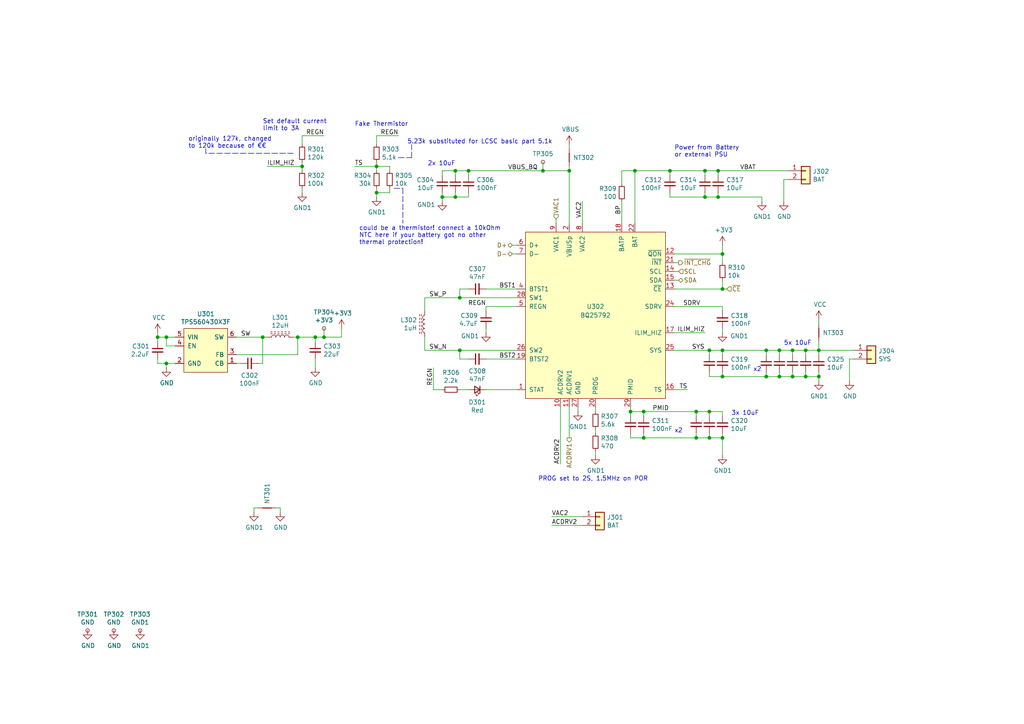
<source format=kicad_sch>
(kicad_sch (version 20211123) (generator eeschema)
  (paper "A4")
  (lib_symbols
    (symbol "Connector:TestPoint_Small" (pin_numbers hide) (pin_names (offset 0.762) hide)
      (property "Reference" "TP" (at 0 3.81 0))
      (property "Value" "TestPoint_Small" (at 0 2.032 0))
      (symbol "TestPoint_Small_0_1"
        (circle (center 0 0) (radius 0.508))
      )
      (symbol "TestPoint_Small_1_1"
        (pin passive line (at 0 0 90) (length 0) (name "1") (number "1"))
      )
    )
    (symbol "Connector_Generic:Conn_01x02" (pin_names (offset 1.016) hide)
      (property "Reference" "J" (at 0 2.54 0))
      (property "Value" "Conn_01x02" (at 0 -5.08 0))
      (symbol "Conn_01x02_1_1"
        (rectangle (start -1.27 -2.413) (end 0 -2.667) (stroke (width 0.1524)))
        (rectangle (start -1.27 0.127) (end 0 -0.127) (stroke (width 0.1524)))
        (rectangle (start -1.27 1.27) (end 1.27 -3.81) (stroke (width 0.254)) (fill (type background)))
        (pin passive line (at -5.08 0 0) (length 3.81) (name "Pin_1") (number "1"))
        (pin passive line (at -5.08 -2.54 0) (length 3.81) (name "Pin_2") (number "2"))
      )
    )
    (symbol "Device:C_Small" (pin_numbers hide) (pin_names (offset 0.254) hide)
      (property "Reference" "C" (at 0.254 1.778 0))
      (property "Value" "C_Small" (at 0.254 -2.032 0))
      (symbol "C_Small_0_1"
        (polyline (pts (xy -1.524 -0.508) (xy 1.524 -0.508)) (stroke (width 0.3302)))
        (polyline (pts (xy -1.524 0.508) (xy 1.524 0.508)) (stroke (width 0.3048)))
      )
      (symbol "C_Small_1_1"
        (pin passive line (at 0 2.54 270) (length 2.032) (name "~") (number "1"))
        (pin passive line (at 0 -2.54 90) (length 2.032) (name "~") (number "2"))
      )
    )
    (symbol "Device:LED_Small" (pin_numbers hide) (pin_names (offset 0.254) hide)
      (property "Reference" "D" (at -1.27 3.175 0))
      (property "Value" "LED_Small" (at -4.445 -2.54 0))
      (symbol "LED_Small_0_1"
        (polyline (pts (xy -0.762 -1.016) (xy -0.762 1.016)) (stroke (width 0.254)))
        (polyline (pts (xy 1.016 0) (xy -0.762 0)))
        (polyline (pts (xy 0.762 -1.016) (xy -0.762 0) (xy 0.762 1.016) (xy 0.762 -1.016)) (stroke (width 0.254)))
        (polyline (pts (xy 0 0.762) (xy -0.508 1.27) (xy -0.254 1.27) (xy -0.508 1.27) (xy -0.508 1.016)))
        (polyline (pts (xy 0.508 1.27) (xy 0 1.778) (xy 0.254 1.778) (xy 0 1.778) (xy 0 1.524)))
      )
      (symbol "LED_Small_1_1"
        (pin passive line (at -2.54 0 0) (length 1.778) (name "K") (number "1"))
        (pin passive line (at 2.54 0 180) (length 1.778) (name "A") (number "2"))
      )
    )
    (symbol "Device:L_Ferrite" (pin_numbers hide) (pin_names (offset 1.016) hide)
      (property "Reference" "L" (at -1.27 0 90))
      (property "Value" "L_Ferrite" (at 2.794 0 90))
      (symbol "L_Ferrite_0_1"
        (arc (start 0 -2.54) (mid 0.635 -1.905) (end 0 -1.27))
        (arc (start 0 -1.27) (mid 0.635 -0.635) (end 0 0))
        (polyline (pts (xy 1.016 -2.794) (xy 1.016 -2.286)))
        (polyline (pts (xy 1.016 -1.778) (xy 1.016 -1.27)))
        (polyline (pts (xy 1.016 -0.762) (xy 1.016 -0.254)))
        (polyline (pts (xy 1.016 0.254) (xy 1.016 0.762)))
        (polyline (pts (xy 1.016 1.27) (xy 1.016 1.778)))
        (polyline (pts (xy 1.016 2.286) (xy 1.016 2.794)))
        (polyline (pts (xy 1.524 -2.286) (xy 1.524 -2.794)))
        (polyline (pts (xy 1.524 -1.27) (xy 1.524 -1.778)))
        (polyline (pts (xy 1.524 -0.254) (xy 1.524 -0.762)))
        (polyline (pts (xy 1.524 0.762) (xy 1.524 0.254)))
        (polyline (pts (xy 1.524 1.778) (xy 1.524 1.27)))
        (polyline (pts (xy 1.524 2.794) (xy 1.524 2.286)))
        (arc (start 0 0) (mid 0.635 0.635) (end 0 1.27))
        (arc (start 0 1.27) (mid 0.635 1.905) (end 0 2.54))
      )
      (symbol "L_Ferrite_1_1"
        (pin passive line (at 0 3.81 270) (length 1.27) (name "1") (number "1"))
        (pin passive line (at 0 -3.81 90) (length 1.27) (name "2") (number "2"))
      )
    )
    (symbol "Device:NetTie_2" (pin_numbers hide) (pin_names (offset 0) hide)
      (property "Reference" "NT" (at 0 1.27 0))
      (property "Value" "NetTie_2" (at 0 -1.27 0))
      (symbol "NetTie_2_0_1"
        (polyline (pts (xy -1.27 0) (xy 1.27 0)) (stroke (width 0.254)))
      )
      (symbol "NetTie_2_1_1"
        (pin passive line (at -2.54 0 0) (length 2.54) (name "1") (number "1"))
        (pin passive line (at 2.54 0 180) (length 2.54) (name "2") (number "2"))
      )
    )
    (symbol "Device:R_Small" (pin_numbers hide) (pin_names (offset 0.254) hide)
      (property "Reference" "R" (at 0.762 0.508 0))
      (property "Value" "R_Small" (at 0.762 -1.016 0))
      (symbol "R_Small_0_1"
        (rectangle (start -0.762 1.778) (end 0.762 -1.778) (stroke (width 0.2032)))
      )
      (symbol "R_Small_1_1"
        (pin passive line (at 0 2.54 270) (length 0.762) (name "~") (number "1"))
        (pin passive line (at 0 -2.54 90) (length 0.762) (name "~") (number "2"))
      )
    )
    (symbol "meansOfCircuitDesign:BQ25792" (pin_names (offset 1.016))
      (property "Reference" "U" (at 0 2.54 0))
      (property "Value" "BQ25792" (at 0 0 0))
      (symbol "BQ25792_0_1"
        (rectangle (start -20.32 21.59) (end 20.32 -26.67) (fill (type background)))
      )
      (symbol "BQ25792_1_1"
        (pin output line (at -22.86 -24.13 0) (length 2.54) (name "STAT") (number "1"))
        (pin power_out line (at -10.16 -29.21 90) (length 2.54) (name "ACDRV2") (number "10"))
        (pin power_out line (at -7.62 -29.21 90) (length 2.54) (name "ACDRV1") (number "11"))
        (pin input line (at 22.86 15.24 180) (length 2.54) (name "~{QON}") (number "12"))
        (pin input line (at 22.86 5.08 180) (length 2.54) (name "~{CE}") (number "13"))
        (pin input line (at 22.86 10.16 180) (length 2.54) (name "SCL") (number "14"))
        (pin bidirectional line (at 22.86 7.62 180) (length 2.54) (name "SDA") (number "15"))
        (pin input line (at 22.86 -24.13 180) (length 2.54) (name "TS") (number "16"))
        (pin input line (at 22.86 -7.62 180) (length 2.54) (name "ILIM_HIZ") (number "17"))
        (pin power_in line (at 7.62 24.13 270) (length 2.54) (name "BATP") (number "18"))
        (pin power_out line (at -22.86 -15.24 0) (length 2.54) (name "BTST2") (number "19"))
        (pin power_in line (at -7.62 24.13 270) (length 2.54) (name "VBUSp") (number "2"))
        (pin input line (at 0 -29.21 90) (length 2.54) (name "PROG") (number "20"))
        (pin output line (at 22.86 12.7 180) (length 2.54) (name "~{INT}") (number "21"))
        (pin passive line (at 11.43 24.13 270) (length 2.54) (name "BAT") (number "22"))
        (pin passive line (at 11.43 24.13 270) (length 2.54) hide (name "BAT") (number "23"))
        (pin power_out line (at 22.86 0 180) (length 2.54) (name "SDRV") (number "24"))
        (pin passive line (at 22.86 -12.7 180) (length 2.54) (name "SYS") (number "25"))
        (pin passive line (at -22.86 -12.7 0) (length 2.54) (name "SW2") (number "26"))
        (pin passive line (at -5.08 -29.21 90) (length 2.54) (name "GND") (number "27"))
        (pin passive line (at -22.86 2.54 0) (length 2.54) (name "SW1") (number "28"))
        (pin passive line (at 10.16 -29.21 90) (length 2.54) (name "PMID") (number "29"))
        (pin power_in line (at -7.62 24.13 270) (length 2.54) hide (name "VBUSp") (number "3"))
        (pin power_in line (at -22.86 5.08 0) (length 2.54) (name "BTST1") (number "4"))
        (pin power_out line (at -22.86 0 0) (length 2.54) (name "REGN") (number "5"))
        (pin bidirectional line (at -22.86 17.78 0) (length 2.54) (name "D+") (number "6"))
        (pin bidirectional line (at -22.86 15.24 0) (length 2.54) (name "D-") (number "7"))
        (pin power_in line (at -3.81 24.13 270) (length 2.54) (name "VAC2") (number "8"))
        (pin power_in line (at -11.43 24.13 270) (length 2.54) (name "VAC1") (number "9"))
      )
    )
    (symbol "meansOfCircuitDesign:TPS560430X3F" (pin_names (offset 1.016))
      (property "Reference" "U" (at -6.35 7.62 0))
      (property "Value" "TPS560430X3F" (at 0 -7.62 0))
      (symbol "TPS560430X3F_0_1"
        (rectangle (start -6.35 6.35) (end 6.35 -6.35) (stroke (width 0.1524)) (fill (type background)))
      )
      (symbol "TPS560430X3F_1_1"
        (pin passive line (at 8.89 -3.81 180) (length 2.54) (name "CB") (number "1"))
        (pin power_in line (at -8.89 -3.81 0) (length 2.54) (name "GND") (number "2"))
        (pin passive line (at 8.89 -1.27 180) (length 2.54) (name "FB") (number "3"))
        (pin input line (at -8.89 1.27 0) (length 2.54) (name "EN") (number "4"))
        (pin power_in line (at -8.89 3.81 0) (length 2.54) (name "VIN") (number "5"))
        (pin power_out line (at 8.89 3.81 180) (length 2.54) (name "SW") (number "6"))
      )
    )
    (symbol "power:+3V3" (power) (pin_names (offset 0))
      (property "Value" "+3V3" (at 0 3.556 0))
      (symbol "+3V3_0_1"
        (polyline (pts (xy -0.762 1.27) (xy 0 2.54)))
        (polyline (pts (xy 0 0) (xy 0 2.54)))
        (polyline (pts (xy 0 2.54) (xy 0.762 1.27)))
      )
      (symbol "+3V3_1_1"
        (pin power_in line (at 0 0 90) (length 0) hide (name "+3V3") (number "1"))
      )
    )
    (symbol "power:GND" (power) (pin_names (offset 0))
      (property "Value" "GND" (at 0 -3.81 0))
      (symbol "GND_0_1"
        (polyline (pts (xy 0 0) (xy 0 -1.27) (xy 1.27 -1.27) (xy 0 -2.54) (xy -1.27 -1.27) (xy 0 -1.27)))
      )
      (symbol "GND_1_1"
        (pin power_in line (at 0 0 270) (length 0) hide (name "GND") (number "1"))
      )
    )
    (symbol "power:GND1" (power) (pin_names (offset 0))
      (property "Value" "GND1" (at 0 -3.81 0))
      (symbol "GND1_0_1"
        (polyline (pts (xy 0 0) (xy 0 -1.27) (xy 1.27 -1.27) (xy 0 -2.54) (xy -1.27 -1.27) (xy 0 -1.27)))
      )
      (symbol "GND1_1_1"
        (pin power_in line (at 0 0 270) (length 0) hide (name "GND1") (number "1"))
      )
    )
    (symbol "power:VBUS" (power) (pin_names (offset 0))
      (property "Value" "VBUS" (at 0 3.81 0))
      (symbol "VBUS_0_1"
        (polyline (pts (xy -0.762 1.27) (xy 0 2.54)))
        (polyline (pts (xy 0 0) (xy 0 2.54)))
        (polyline (pts (xy 0 2.54) (xy 0.762 1.27)))
      )
      (symbol "VBUS_1_1"
        (pin power_in line (at 0 0 90) (length 0) hide (name "VBUS") (number "1"))
      )
    )
    (symbol "power:VCC" (power) (pin_names (offset 0))
      (property "Value" "VCC" (at 0 3.81 0))
      (symbol "VCC_0_1"
        (polyline (pts (xy -0.762 1.27) (xy 0 2.54)))
        (polyline (pts (xy 0 0) (xy 0 2.54)))
        (polyline (pts (xy 0 2.54) (xy 0.762 1.27)))
      )
      (symbol "VCC_1_1"
        (pin power_in line (at 0 0 90) (length 0) hide (name "VCC") (number "1"))
      )
    )
  )
  (junction (at 132.08 57.15))
  (junction (at 93.98 97.79))
  (junction (at 208.28 57.15))
  (junction (at 209.55 83.82))
  (junction (at 165.1 49.53))
  (junction (at 222.25 101.6))
  (junction (at 133.35 86.36))
  (junction (at 226.06 109.22))
  (junction (at 201.93 127))
  (junction (at 209.55 73.66))
  (junction (at 109.22 55.88))
  (junction (at 222.25 109.22))
  (junction (at 48.26 105.41))
  (junction (at 45.72 97.79))
  (junction (at 209.55 101.6))
  (junction (at 91.44 97.79))
  (junction (at 229.87 101.6))
  (junction (at 237.49 101.6))
  (junction (at 237.49 109.22))
  (junction (at 233.68 101.6))
  (junction (at 87.63 48.26))
  (junction (at 204.47 49.53))
  (junction (at 133.35 101.6))
  (junction (at 184.15 49.53))
  (junction (at 226.06 101.6))
  (junction (at 201.93 119.38))
  (junction (at 205.74 127))
  (junction (at 194.31 49.53))
  (junction (at 86.36 97.79))
  (junction (at 109.22 48.26))
  (junction (at 132.08 49.53))
  (junction (at 229.87 109.22))
  (junction (at 182.88 119.38))
  (junction (at 76.2 97.79))
  (junction (at 209.55 109.22))
  (junction (at 205.74 119.38))
  (junction (at 157.48 49.53))
  (junction (at 208.28 49.53))
  (junction (at 48.26 97.79))
  (junction (at 209.55 127))
  (junction (at 128.27 57.15))
  (junction (at 204.47 57.15))
  (junction (at 186.69 119.38))
  (junction (at 186.69 127))
  (junction (at 135.89 49.53))
  (junction (at 233.68 109.22))
  (junction (at 205.74 101.6))
  (wire (pts (xy 48.26 105.41) (xy 50.8 105.41)))
  (wire (pts (xy 135.89 49.53) (xy 157.48 49.53)))
  (wire (pts (xy 109.22 48.26) (xy 109.22 46.99)))
  (wire (pts (xy 125.73 113.03) (xy 125.73 106.68)))
  (wire (pts (xy 194.31 55.88) (xy 194.31 57.15)))
  (wire (pts (xy 209.55 109.22) (xy 209.55 107.95)))
  (wire (pts (xy 194.31 49.53) (xy 184.15 49.53)))
  (wire (pts (xy 133.35 86.36) (xy 149.86 86.36)))
  (wire (pts (xy 161.29 63.5) (xy 161.29 64.77)))
  (wire (pts (xy 109.22 55.88) (xy 109.22 54.61)))
  (wire (pts (xy 45.72 105.41) (xy 48.26 105.41)))
  (wire (pts (xy 109.22 39.37) (xy 115.57 39.37)))
  (wire (pts (xy 172.72 119.38) (xy 172.72 118.11)))
  (wire (pts (xy 233.68 109.22) (xy 229.87 109.22)))
  (wire (pts (xy 201.93 127) (xy 186.69 127)))
  (wire (pts (xy 201.93 119.38) (xy 186.69 119.38)))
  (wire (pts (xy 226.06 109.22) (xy 222.25 109.22)))
  (wire (pts (xy 48.26 97.79) (xy 45.72 97.79)))
  (wire (pts (xy 123.19 86.36) (xy 123.19 90.17)))
  (wire (pts (xy 140.97 104.14) (xy 149.86 104.14)))
  (wire (pts (xy 209.55 101.6) (xy 205.74 101.6)))
  (wire (pts (xy 162.56 134.62) (xy 162.56 118.11)))
  (wire (pts (xy 237.49 101.6) (xy 237.49 102.87)))
  (wire (pts (xy 186.69 120.65) (xy 186.69 119.38)))
  (wire (pts (xy 209.55 120.65) (xy 209.55 119.38)))
  (wire (pts (xy 135.89 55.88) (xy 135.89 57.15)))
  (wire (pts (xy 226.06 107.95) (xy 226.06 109.22)))
  (wire (pts (xy 208.28 57.15) (xy 204.47 57.15)))
  (wire (pts (xy 209.55 132.08) (xy 209.55 127)))
  (wire (pts (xy 135.89 83.82) (xy 133.35 83.82)))
  (wire (pts (xy 123.19 101.6) (xy 133.35 101.6)))
  (wire (pts (xy 196.85 78.74) (xy 195.58 78.74)))
  (wire (pts (xy 48.26 97.79) (xy 50.8 97.79)))
  (wire (pts (xy 209.55 125.73) (xy 209.55 127)))
  (wire (pts (xy 133.35 113.03) (xy 135.89 113.03)))
  (wire (pts (xy 186.69 119.38) (xy 182.88 119.38)))
  (wire (pts (xy 73.66 148.59) (xy 73.66 147.32)))
  (wire (pts (xy 204.47 49.53) (xy 194.31 49.53)))
  (wire (pts (xy 186.69 125.73) (xy 186.69 127)))
  (wire (pts (xy 140.97 88.9) (xy 149.86 88.9)))
  (wire (pts (xy 128.27 57.15) (xy 132.08 57.15)))
  (wire (pts (xy 160.02 152.4) (xy 168.91 152.4)))
  (wire (pts (xy 68.58 105.41) (xy 69.85 105.41)))
  (wire (pts (xy 132.08 49.53) (xy 135.89 49.53)))
  (wire (pts (xy 229.87 107.95) (xy 229.87 109.22)))
  (wire (pts (xy 209.55 127) (xy 205.74 127)))
  (wire (pts (xy 140.97 113.03) (xy 149.86 113.03)))
  (wire (pts (xy 50.8 100.33) (xy 48.26 100.33)))
  (wire (pts (xy 133.35 83.82) (xy 133.35 86.36)))
  (wire (pts (xy 113.03 55.88) (xy 109.22 55.88)))
  (wire (pts (xy 209.55 101.6) (xy 222.25 101.6)))
  (wire (pts (xy 128.27 58.42) (xy 128.27 57.15)))
  (wire (pts (xy 204.47 57.15) (xy 204.47 55.88)))
  (wire (pts (xy 222.25 101.6) (xy 226.06 101.6)))
  (wire (pts (xy 199.39 113.03) (xy 195.58 113.03)))
  (wire (pts (xy 86.36 102.87) (xy 86.36 97.79)))
  (wire (pts (xy 184.15 49.53) (xy 180.34 49.53)))
  (wire (pts (xy 195.58 81.28) (xy 196.85 81.28)))
  (wire (pts (xy 182.88 119.38) (xy 182.88 118.11)))
  (wire (pts (xy 205.74 125.73) (xy 205.74 127)))
  (wire (pts (xy 222.25 109.22) (xy 209.55 109.22)))
  (wire (pts (xy 182.88 119.38) (xy 182.88 120.65)))
  (polyline (pts (xy 59.69 44.45) (xy 59.69 43.18)))
  (wire (pts (xy 222.25 107.95) (xy 222.25 109.22)))
  (wire (pts (xy 205.74 119.38) (xy 201.93 119.38)))
  (wire (pts (xy 128.27 49.53) (xy 132.08 49.53)))
  (wire (pts (xy 233.68 102.87) (xy 233.68 101.6)))
  (wire (pts (xy 91.44 106.68) (xy 91.44 104.14)))
  (wire (pts (xy 73.66 147.32) (xy 74.93 147.32)))
  (wire (pts (xy 140.97 95.25) (xy 140.97 96.52)))
  (wire (pts (xy 229.87 101.6) (xy 233.68 101.6)))
  (wire (pts (xy 149.86 101.6) (xy 133.35 101.6)))
  (wire (pts (xy 128.27 55.88) (xy 128.27 57.15)))
  (wire (pts (xy 237.49 101.6) (xy 237.49 99.06)))
  (wire (pts (xy 87.63 48.26) (xy 87.63 46.99)))
  (wire (pts (xy 201.93 120.65) (xy 201.93 119.38)))
  (wire (pts (xy 208.28 50.8) (xy 208.28 49.53)))
  (wire (pts (xy 76.2 97.79) (xy 68.58 97.79)))
  (wire (pts (xy 135.89 57.15) (xy 132.08 57.15)))
  (wire (pts (xy 149.86 73.66) (xy 148.59 73.66)))
  (wire (pts (xy 132.08 55.88) (xy 132.08 57.15)))
  (wire (pts (xy 208.28 57.15) (xy 220.98 57.15)))
  (wire (pts (xy 91.44 97.79) (xy 86.36 97.79)))
  (wire (pts (xy 180.34 49.53) (xy 180.34 53.34)))
  (wire (pts (xy 168.91 149.86) (xy 160.02 149.86)))
  (wire (pts (xy 123.19 97.79) (xy 123.19 101.6)))
  (wire (pts (xy 91.44 97.79) (xy 93.98 97.79)))
  (wire (pts (xy 237.49 109.22) (xy 237.49 110.49)))
  (wire (pts (xy 184.15 49.53) (xy 184.15 64.77)))
  (wire (pts (xy 133.35 86.36) (xy 123.19 86.36)))
  (wire (pts (xy 205.74 101.6) (xy 195.58 101.6)))
  (wire (pts (xy 135.89 104.14) (xy 133.35 104.14)))
  (wire (pts (xy 205.74 109.22) (xy 209.55 109.22)))
  (wire (pts (xy 77.47 97.79) (xy 76.2 97.79)))
  (wire (pts (xy 165.1 127) (xy 165.1 118.11)))
  (wire (pts (xy 74.93 105.41) (xy 76.2 105.41)))
  (wire (pts (xy 247.65 104.14) (xy 246.38 104.14)))
  (wire (pts (xy 113.03 49.53) (xy 113.03 48.26)))
  (wire (pts (xy 222.25 102.87) (xy 222.25 101.6)))
  (polyline (pts (xy 119.38 45.72) (xy 119.38 41.91)))
  (wire (pts (xy 165.1 64.77) (xy 165.1 49.53)))
  (wire (pts (xy 237.49 93.98) (xy 237.49 92.71)))
  (wire (pts (xy 227.33 52.07) (xy 228.6 52.07)))
  (wire (pts (xy 208.28 49.53) (xy 204.47 49.53)))
  (wire (pts (xy 209.55 76.2) (xy 209.55 73.66)))
  (wire (pts (xy 87.63 41.91) (xy 87.63 39.37)))
  (wire (pts (xy 132.08 50.8) (xy 132.08 49.53)))
  (wire (pts (xy 233.68 107.95) (xy 233.68 109.22)))
  (wire (pts (xy 128.27 113.03) (xy 125.73 113.03)))
  (wire (pts (xy 172.72 125.73) (xy 172.72 124.46)))
  (wire (pts (xy 133.35 104.14) (xy 133.35 101.6)))
  (polyline (pts (xy 116.84 54.61) (xy 116.84 64.77)))
  (wire (pts (xy 209.55 96.52) (xy 209.55 95.25)))
  (wire (pts (xy 68.58 102.87) (xy 86.36 102.87)))
  (wire (pts (xy 237.49 107.95) (xy 237.49 109.22)))
  (wire (pts (xy 168.91 58.42) (xy 168.91 64.77)))
  (wire (pts (xy 91.44 99.06) (xy 91.44 97.79)))
  (wire (pts (xy 48.26 100.33) (xy 48.26 97.79)))
  (wire (pts (xy 182.88 127) (xy 182.88 125.73)))
  (wire (pts (xy 93.98 97.79) (xy 99.06 97.79)))
  (wire (pts (xy 76.2 105.41) (xy 76.2 97.79)))
  (wire (pts (xy 113.03 48.26) (xy 109.22 48.26)))
  (wire (pts (xy 208.28 49.53) (xy 228.6 49.53)))
  (wire (pts (xy 204.47 50.8) (xy 204.47 49.53)))
  (wire (pts (xy 195.58 88.9) (xy 209.55 88.9)))
  (wire (pts (xy 195.58 73.66) (xy 209.55 73.66)))
  (polyline (pts (xy 114.3 54.61) (xy 116.84 54.61)))
  (wire (pts (xy 226.06 102.87) (xy 226.06 101.6)))
  (wire (pts (xy 102.87 48.26) (xy 109.22 48.26)))
  (wire (pts (xy 229.87 109.22) (xy 226.06 109.22)))
  (wire (pts (xy 205.74 102.87) (xy 205.74 101.6)))
  (wire (pts (xy 237.49 101.6) (xy 247.65 101.6)))
  (wire (pts (xy 201.93 127) (xy 201.93 125.73)))
  (wire (pts (xy 135.89 50.8) (xy 135.89 49.53)))
  (wire (pts (xy 109.22 41.91) (xy 109.22 39.37)))
  (wire (pts (xy 204.47 96.52) (xy 195.58 96.52)))
  (wire (pts (xy 128.27 50.8) (xy 128.27 49.53)))
  (wire (pts (xy 210.82 83.82) (xy 209.55 83.82)))
  (wire (pts (xy 165.1 43.18) (xy 165.1 41.91)))
  (wire (pts (xy 209.55 102.87) (xy 209.55 101.6)))
  (wire (pts (xy 209.55 88.9) (xy 209.55 90.17)))
  (wire (pts (xy 157.48 49.53) (xy 165.1 49.53)))
  (polyline (pts (xy 115.57 45.72) (xy 119.38 45.72)))
  (wire (pts (xy 208.28 55.88) (xy 208.28 57.15)))
  (wire (pts (xy 93.98 95.25) (xy 93.98 97.79)))
  (wire (pts (xy 205.74 107.95) (xy 205.74 109.22)))
  (wire (pts (xy 205.74 127) (xy 201.93 127)))
  (wire (pts (xy 196.85 76.2) (xy 195.58 76.2)))
  (wire (pts (xy 194.31 57.15) (xy 204.47 57.15)))
  (wire (pts (xy 229.87 102.87) (xy 229.87 101.6)))
  (wire (pts (xy 77.47 48.26) (xy 87.63 48.26)))
  (wire (pts (xy 86.36 97.79) (xy 85.09 97.79)))
  (wire (pts (xy 87.63 39.37) (xy 93.98 39.37)))
  (wire (pts (xy 205.74 120.65) (xy 205.74 119.38)))
  (wire (pts (xy 167.64 118.11) (xy 167.64 119.38)))
  (polyline (pts (xy 85.09 44.45) (xy 59.69 44.45)))
  (wire (pts (xy 45.72 104.14) (xy 45.72 105.41)))
  (wire (pts (xy 87.63 49.53) (xy 87.63 48.26)))
  (wire (pts (xy 109.22 57.15) (xy 109.22 55.88)))
  (wire (pts (xy 148.59 71.12) (xy 149.86 71.12)))
  (wire (pts (xy 186.69 127) (xy 182.88 127)))
  (wire (pts (xy 165.1 48.26) (xy 165.1 49.53)))
  (wire (pts (xy 246.38 104.14) (xy 246.38 110.49)))
  (wire (pts (xy 99.06 97.79) (xy 99.06 95.25)))
  (wire (pts (xy 237.49 109.22) (xy 233.68 109.22)))
  (wire (pts (xy 194.31 50.8) (xy 194.31 49.53)))
  (wire (pts (xy 80.01 147.32) (xy 81.28 147.32)))
  (wire (pts (xy 180.34 58.42) (xy 180.34 64.77)))
  (wire (pts (xy 81.28 147.32) (xy 81.28 148.59)))
  (wire (pts (xy 113.03 54.61) (xy 113.03 55.88)))
  (wire (pts (xy 220.98 57.15) (xy 220.98 58.42)))
  (wire (pts (xy 233.68 101.6) (xy 237.49 101.6)))
  (wire (pts (xy 227.33 52.07) (xy 227.33 58.42)))
  (wire (pts (xy 209.55 119.38) (xy 205.74 119.38)))
  (wire (pts (xy 140.97 90.17) (xy 140.97 88.9)))
  (wire (pts (xy 209.55 73.66) (xy 209.55 71.12)))
  (wire (pts (xy 157.48 46.99) (xy 157.48 49.53)))
  (wire (pts (xy 209.55 83.82) (xy 209.55 81.28)))
  (wire (pts (xy 48.26 106.68) (xy 48.26 105.41)))
  (wire (pts (xy 45.72 97.79) (xy 45.72 99.06)))
  (wire (pts (xy 195.58 83.82) (xy 209.55 83.82)))
  (wire (pts (xy 140.97 83.82) (xy 149.86 83.82)))
  (wire (pts (xy 87.63 55.88) (xy 87.63 54.61)))
  (wire (pts (xy 45.72 96.52) (xy 45.72 97.79)))
  (wire (pts (xy 226.06 101.6) (xy 229.87 101.6)))
  (wire (pts (xy 172.72 132.08) (xy 172.72 130.81)))
  (wire (pts (xy 109.22 49.53) (xy 109.22 48.26)))
  (text "could be a thermistor! connect a 10kOhm\nNTC here if your battery got no other\nthermal protection!" (at 104.14 71.12 0) (effects (font (size 1.27 1.27)) (justify left bottom)))
  (text "2x 10uF" (at 132.08 48.26 180) (effects (font (size 1.27 1.27)) (justify right bottom)))
  (text "PROG set to 2S, 1.5MHz on POR" (at 187.96 139.7 180) (effects (font (size 1.27 1.27)) (justify right bottom)))
  (text "originally 127k, changed \nto 120k because of €€" (at 54.61 43.18 0) (effects (font (size 1.27 1.27)) (justify left bottom)))
  (text "5x 10uF" (at 227.33 100.33 0) (effects (font (size 1.27 1.27)) (justify left bottom)))
  (text "x2" (at 218.44 107.95 0) (effects (font (size 1.27 1.27)) (justify left bottom)))
  (text "Power from Battery\nor external PSU" (at 195.58 45.72 0) (effects (font (size 1.27 1.27)) (justify left bottom)))
  (text "Set default current\nlimit to 3A" (at 76.2 38.1 0) (effects (font (size 1.27 1.27)) (justify left bottom)))
  (text "5.23k substituted for LCSC basic part 5.1k" (at 118.11 41.91 0) (effects (font (size 1.27 1.27)) (justify left bottom)))
  (text "x2" (at 195.58 125.73 0) (effects (font (size 1.27 1.27)) (justify left bottom)))
  (text "Fake Thermistor" (at 102.87 36.83 0) (effects (font (size 1.27 1.27)) (justify left bottom)))
  (text "3x 10uF" (at 212.09 120.65 0) (effects (font (size 1.27 1.27)) (justify left bottom)))
  (label "ACDRV2" (at 160.02 152.4 0))
  (label "SW" (at 69.85 97.79 0))
  (label "ILIM_HIZ" (at 77.47 48.26 0))
  (label "ILIM_HIZ" (at 204.47 96.52 180))
  (label "SDRV" (at 198.12 88.9 0))
  (label "TS" (at 102.87 48.26 0))
  (label "BP" (at 180.34 62.23 90))
  (label "VAC2" (at 168.91 58.42 270))
  (label "REGN" (at 93.98 39.37 180))
  (label "BST2" (at 144.78 104.14 0))
  (label "REGN" (at 140.97 88.9 180))
  (label "PMID" (at 189.23 119.38 0))
  (label "REGN" (at 115.57 39.37 180))
  (label "VBAT" (at 214.63 49.53 0))
  (label "BST1" (at 144.78 83.82 0))
  (label "SW_P" (at 124.46 86.36 0))
  (label "ACDRV2" (at 162.56 134.62 90))
  (label "SW_N" (at 124.46 101.6 0))
  (label "SYS" (at 200.66 101.6 0))
  (label "REGN" (at 125.73 106.68 270))
  (label "TS" (at 199.39 113.03 180))
  (label "VBUS_BQ" (at 147.32 49.53 0))
  (label "VAC2" (at 160.02 149.86 0))
  (hierarchical_label "VAC1" (shape input) (at 161.29 63.5 90))
  (hierarchical_label "SCL" (shape input) (at 196.85 78.74 0))
  (hierarchical_label "~{INT_CHG}" (shape output) (at 196.85 76.2 0))
  (hierarchical_label "SDA" (shape bidirectional) (at 196.85 81.28 0))
  (hierarchical_label "D-" (shape bidirectional) (at 148.59 73.66 180))
  (hierarchical_label "D+" (shape bidirectional) (at 148.59 71.12 180))
  (hierarchical_label "ACDRV1" (shape output) (at 165.1 127 270))
  (hierarchical_label "~{CE}" (shape input) (at 210.82 83.82 0))
  (symbol (lib_id "Connector_Generic:Conn_01x02") (at 173.99 149.86 0) (unit 1)
    (property "Reference" "J301" (at 176.022 150.0632 0) (effects (justify left)))
    (property "Value" "BAT" (at 176.022 152.3746 0) (effects (justify left)))
    (property "Footprint" "Connector_PinSocket_2.54mm:PinSocket_1x02_P2.54mm_Vertical" (effects hide))
  )
  (symbol (lib_id "Device:C_Small") (at 209.55 92.71 180) (unit 1)
    (property "Reference" "C318" (at 211.8868 91.5416 0) (effects (justify right)))
    (property "Value" "100nF" (at 211.8868 93.853 0) (effects (justify right)))
    (property "Footprint" "Capacitor_SMD:C_0402_1005Metric" (effects hide))
  )
  (symbol (lib_id "Device:R_Small") (at 172.72 128.27 0) (unit 1)
    (property "Reference" "R308" (at 174.2186 127.1016 0) (effects (justify left)))
    (property "Value" "470" (at 174.2186 129.413 0) (effects (justify left)))
    (property "Footprint" "Resistor_SMD:R_0402_1005Metric" (effects hide))
    (property "LCSC" "C25117" (effects hide))
    (property "JLC" "0402" (effects hide))
  )
  (symbol (lib_id "Device:NetTie_2") (at 237.49 96.52 270) (unit 1)
    (property "Reference" "NT303" (at 238.6076 96.52 90) (effects (justify left)))
    (property "Value" "chonk" (effects hide))
    (property "Footprint" "NetTie:NetTie-2_SMD_Pad0.5mm" (effects hide))
  )
  (symbol (lib_id "Device:NetTie_2") (at 165.1 45.72 270) (unit 1)
    (property "Reference" "NT302" (at 166.2176 45.72 90) (effects (justify left)))
    (property "Value" "chonk_vbus" (effects hide))
    (property "Footprint" "NetTie:NetTie-2_SMD_Pad2.0mm" (effects hide))
  )
  (symbol (lib_id "meansOfCircuitDesign:BQ25792") (at 172.72 88.9 0) (unit 1)
    (property "Reference" "U302" (at 172.72 88.9 0))
    (property "Value" "BQ25792" (at 172.72 91.44 0))
    (property "Footprint" "Automated:Texas_VQFN-HR_RQM_4x4mm_P0.40-0.45mm" (effects hide))
    (property "Datasheet" "https://www.ti.com/lit/ds/symlink/bq25792.pdf" (effects hide))
  )
  (symbol (lib_id "power:VBUS") (at 165.1 41.91 0) (unit 1)
    (property "Reference" "#PWR0314" (effects hide))
    (property "Value" "VBUS" (at 165.481 37.5158 0))
  )
  (symbol (lib_id "Device:L_Ferrite") (at 123.19 93.98 180) (unit 1)
    (property "Reference" "L302" (at 120.9802 92.8116 0) (effects (justify left)))
    (property "Value" "1uH" (at 120.9802 95.123 0) (effects (justify left)))
    (property "Footprint" "Automated:L_Bourns_SRP1245A" (effects hide))
    (property "MPN" "SRP1265A-1R0M" (effects hide))
  )
  (symbol (lib_id "Device:C_Small") (at 138.43 83.82 90) (unit 1)
    (property "Reference" "C307" (at 138.43 78.0034 90))
    (property "Value" "47nF" (at 138.43 80.3148 90))
    (property "Footprint" "Capacitor_SMD:C_0603_1608Metric" (effects hide))
  )
  (symbol (lib_id "Device:C_Small") (at 140.97 92.71 0) (unit 1)
    (property "Reference" "C309" (at 138.6586 91.5416 0) (effects (justify right)))
    (property "Value" "4.7uF" (at 138.6586 93.853 0) (effects (justify right)))
    (property "Footprint" "Capacitor_SMD:C_0603_1608Metric" (effects hide))
    (property "JLC" "0603" (effects hide))
    (property "LCSC" "C19666" (effects hide))
    (property "MPN" "CL10A475KO8NNNC" (effects hide))
  )
  (symbol (lib_id "Device:C_Small") (at 138.43 104.14 90) (unit 1)
    (property "Reference" "C308" (at 138.43 107.6198 90))
    (property "Value" "47nF" (at 138.43 109.9312 90))
    (property "Footprint" "Capacitor_SMD:C_0603_1608Metric" (effects hide))
  )
  (symbol (lib_id "Device:C_Small") (at 182.88 123.19 0) (unit 1)
    (property "Reference" "C310" (effects hide))
    (property "Value" "100nF" (effects hide))
    (property "Footprint" "Capacitor_SMD:C_0603_1608Metric" (effects hide))
  )
  (symbol (lib_id "Device:C_Small") (at 201.93 123.19 0) (unit 1)
    (property "Reference" "C313" (effects hide))
    (property "Value" "10uF" (effects hide))
    (property "Footprint" "Capacitor_SMD:C_1206_3216Metric" (effects hide))
    (property "JLC" "1206" (effects hide))
    (property "LCSC" "C13585" (effects hide))
    (property "MPN" "CL31A106KBHNNNE" (effects hide))
  )
  (symbol (lib_id "Device:C_Small") (at 205.74 123.19 0) (unit 1)
    (property "Reference" "C316" (effects hide))
    (property "Value" "10uF" (effects hide))
    (property "Footprint" "Capacitor_SMD:C_1206_3216Metric" (effects hide))
    (property "JLC" "1206" (effects hide))
    (property "LCSC" "C13585" (effects hide))
    (property "MPN" "CL31A106KBHNNNE" (effects hide))
  )
  (symbol (lib_id "Device:C_Small") (at 209.55 123.19 0) (unit 1)
    (property "Reference" "C320" (at 211.8868 122.0216 0) (effects (justify left)))
    (property "Value" "10uF" (at 211.8868 124.333 0) (effects (justify left)))
    (property "Footprint" "Capacitor_SMD:C_1206_3216Metric" (effects hide))
    (property "JLC" "1206" (effects hide))
    (property "LCSC" "C13585" (effects hide))
    (property "MPN" "CL31A106KBHNNNE" (effects hide))
  )
  (symbol (lib_id "Device:R_Small") (at 172.72 121.92 0) (unit 1)
    (property "Reference" "R307" (at 174.2186 120.7516 0) (effects (justify left)))
    (property "Value" "5.6k" (at 174.2186 123.063 0) (effects (justify left)))
    (property "Footprint" "Resistor_SMD:R_0402_1005Metric" (effects hide))
    (property "JLC" "0603" (effects hide))
    (property "LCSC" "C23189" (effects hide))
  )
  (symbol (lib_id "power:GND") (at 81.28 148.59 0) (unit 1)
    (property "Reference" "#PWR0307" (effects hide))
    (property "Value" "GND" (at 81.407 152.9842 0))
  )
  (symbol (lib_id "Device:R_Small") (at 87.63 44.45 0) (unit 1)
    (property "Reference" "R301" (at 89.1286 43.2816 0) (effects (justify left)))
    (property "Value" "120k" (at 89.1286 45.593 0) (effects (justify left)))
    (property "Footprint" "Resistor_SMD:R_0603_1608Metric" (effects hide))
    (property "JLC" "0603" (effects hide))
    (property "LCSC" "C25808" (effects hide))
  )
  (symbol (lib_id "Device:R_Small") (at 87.63 52.07 0) (unit 1)
    (property "Reference" "R302" (at 89.1286 50.9016 0) (effects (justify left)))
    (property "Value" "100k" (at 89.1286 53.213 0) (effects (justify left)))
    (property "Footprint" "Resistor_SMD:R_0603_1608Metric" (effects hide))
    (property "JLC" "0603" (effects hide))
    (property "LCSC" "C25803" (effects hide))
  )
  (symbol (lib_id "Connector_Generic:Conn_01x02") (at 233.68 49.53 0) (unit 1)
    (property "Reference" "J302" (at 235.712 49.7332 0) (effects (justify left)))
    (property "Value" "BAT" (at 235.712 52.0446 0) (effects (justify left)))
    (property "Footprint" "Connector_PinSocket_2.54mm:PinSocket_1x02_P2.54mm_Vertical" (effects hide))
  )
  (symbol (lib_id "Device:R_Small") (at 180.34 55.88 0) (unit 1)
    (property "Reference" "R309" (at 178.8668 54.7116 0) (effects (justify right)))
    (property "Value" "100" (at 178.8668 57.023 0) (effects (justify right)))
    (property "Footprint" "Resistor_SMD:R_0603_1608Metric" (effects hide))
    (property "Datasheet" "https://datasheet.lcsc.com/szlcsc/Uniroyal-Elec-0603WAF1000T5E_C22775.pdf" (effects hide))
    (property "JLC" "0603" (effects hide))
    (property "LCSC" "C22775" (effects hide))
    (property "MPN" "0603WAF1000T5E" (effects hide))
  )
  (symbol (lib_id "power:GND") (at 227.33 58.42 0) (unit 1)
    (property "Reference" "#PWR0321" (effects hide))
    (property "Value" "GND" (at 227.457 62.8142 0))
  )
  (symbol (lib_id "Device:C_Small") (at 209.55 105.41 0) (unit 1)
    (property "Reference" "C319" (at 211.8868 104.2416 0) (effects (justify left)))
    (property "Value" "100nF" (at 211.8868 106.553 0) (effects (justify left)))
    (property "Footprint" "Capacitor_SMD:C_0603_1608Metric" (effects hide))
  )
  (symbol (lib_id "Device:C_Small") (at 208.28 53.34 0) (unit 1)
    (property "Reference" "C317" (at 210.6168 52.1716 0) (effects (justify left)))
    (property "Value" "10uF" (at 210.6168 54.483 0) (effects (justify left)))
    (property "Footprint" "Capacitor_SMD:C_1206_3216Metric" (effects hide))
    (property "JLC" "1206" (effects hide))
    (property "LCSC" "C13585" (effects hide))
    (property "MPN" "CL31A106KBHNNNE" (effects hide))
  )
  (symbol (lib_id "Device:C_Small") (at 204.47 53.34 0) (unit 1)
    (property "Reference" "C314" (at 202.1586 52.1716 0) (effects (justify right)))
    (property "Value" "10uF" (at 202.1586 54.483 0) (effects (justify right)))
    (property "Footprint" "Capacitor_SMD:C_1206_3216Metric" (effects hide))
    (property "JLC" "1206" (effects hide))
    (property "LCSC" "C13585" (effects hide))
    (property "MPN" "CL31A106KBHNNNE" (effects hide))
  )
  (symbol (lib_id "Device:C_Small") (at 222.25 105.41 0) (unit 1)
    (property "Reference" "C321" (effects hide))
    (property "Value" "10uF" (effects hide))
    (property "Footprint" "Capacitor_SMD:C_1206_3216Metric" (effects hide))
    (property "JLC" "1206" (effects hide))
    (property "LCSC" "C13585" (effects hide))
    (property "MPN" "CL31A106KBHNNNE" (effects hide))
  )
  (symbol (lib_id "Device:C_Small") (at 226.06 105.41 0) (unit 1)
    (property "Reference" "C322" (effects hide))
    (property "Value" "10uF" (effects hide))
    (property "Footprint" "Capacitor_SMD:C_1206_3216Metric" (effects hide))
    (property "JLC" "1206" (effects hide))
    (property "LCSC" "C13585" (effects hide))
    (property "MPN" "CL31A106KBHNNNE" (effects hide))
  )
  (symbol (lib_id "Device:C_Small") (at 237.49 105.41 0) (unit 1)
    (property "Reference" "C325" (at 239.8268 104.2416 0) (effects (justify left)))
    (property "Value" "10uF" (at 239.8268 106.553 0) (effects (justify left)))
    (property "Footprint" "Capacitor_SMD:C_1206_3216Metric" (effects hide))
    (property "JLC" "1206" (effects hide))
    (property "LCSC" "C13585" (effects hide))
    (property "MPN" "CL31A106KBHNNNE" (effects hide))
  )
  (symbol (lib_id "Device:C_Small") (at 229.87 105.41 0) (unit 1)
    (property "Reference" "C323" (effects hide))
    (property "Value" "10uF" (effects hide))
    (property "Footprint" "Capacitor_SMD:C_1206_3216Metric" (effects hide))
    (property "JLC" "1206" (effects hide))
    (property "LCSC" "C13585" (effects hide))
    (property "MPN" "CL31A106KBHNNNE" (effects hide))
  )
  (symbol (lib_id "Device:C_Small") (at 233.68 105.41 0) (unit 1)
    (property "Reference" "C324" (effects hide))
    (property "Value" "10uF" (effects hide))
    (property "Footprint" "Capacitor_SMD:C_1206_3216Metric" (effects hide))
    (property "JLC" "1206" (effects hide))
    (property "LCSC" "C13585" (effects hide))
    (property "MPN" "CL31A106KBHNNNE" (effects hide))
  )
  (symbol (lib_id "power:VCC") (at 237.49 92.71 0) (unit 1)
    (property "Reference" "#PWR0323" (effects hide))
    (property "Value" "VCC" (at 237.871 88.3158 0))
  )
  (symbol (lib_id "Device:R_Small") (at 109.22 44.45 0) (unit 1)
    (property "Reference" "R303" (at 110.7186 43.2816 0) (effects (justify left)))
    (property "Value" "5.1k" (at 110.7186 45.593 0) (effects (justify left)))
    (property "Footprint" "Resistor_SMD:R_0603_1608Metric" (effects hide))
    (property "JLC" "0603" (effects hide))
    (property "LCSC" "C23186" (effects hide))
  )
  (symbol (lib_id "Device:R_Small") (at 109.22 52.07 0) (unit 1)
    (property "Reference" "R304" (at 107.7468 50.9016 0) (effects (justify right)))
    (property "Value" "30k" (at 107.7468 53.213 0) (effects (justify right)))
    (property "Footprint" "Resistor_SMD:R_0603_1608Metric" (effects hide))
    (property "LCSC" " C22984" (effects hide))
    (property "JLC" "0603" (effects hide))
  )
  (symbol (lib_id "Device:R_Small") (at 113.03 52.07 0) (unit 1)
    (property "Reference" "R305" (at 114.5286 50.9016 0) (effects (justify left)))
    (property "Value" "10k" (at 114.5286 53.213 0) (effects (justify left)))
    (property "Footprint" "Resistor_SMD:R_0603_1608Metric" (effects hide))
    (property "JLC" "0603" (effects hide))
    (property "LCSC" "C25804" (effects hide))
  )
  (symbol (lib_id "Device:LED_Small") (at 138.43 113.03 180) (unit 1)
    (property "Reference" "D301" (at 138.43 116.6622 0))
    (property "Value" "Red" (at 138.43 118.9736 0))
    (property "Footprint" "LED_SMD:LED_0603_1608Metric_Castellated" (effects hide))
  )
  (symbol (lib_id "Device:R_Small") (at 130.81 113.03 270) (unit 1)
    (property "Reference" "R306" (at 130.81 108.0516 90))
    (property "Value" "2.2k" (at 130.81 110.363 90))
    (property "Footprint" "Resistor_SMD:R_0603_1608Metric" (effects hide))
    (property "JLC" "0603" (effects hide))
    (property "LCSC" "C4190" (effects hide))
    (property "MPN" "0603WAF2201T5E" (effects hide))
  )
  (symbol (lib_id "Device:C_Small") (at 132.08 53.34 0) (mirror y) (unit 1)
    (property "Reference" "C305" (effects hide))
    (property "Value" "10uF" (effects hide))
    (property "Footprint" "Capacitor_SMD:C_1206_3216Metric" (effects hide))
    (property "JLC" "1206" (effects hide))
    (property "LCSC" "C13585" (effects hide))
    (property "MPN" "CL31A106KBHNNNE" (effects hide))
  )
  (symbol (lib_id "Device:C_Small") (at 128.27 53.34 0) (mirror y) (unit 1)
    (property "Reference" "C304" (at 125.9332 52.1716 0) (effects (justify left)))
    (property "Value" "10uF" (at 125.9332 54.483 0) (effects (justify left)))
    (property "Footprint" "Capacitor_SMD:C_1206_3216Metric" (effects hide))
    (property "JLC" "1206" (effects hide))
    (property "LCSC" "C13585" (effects hide))
    (property "MPN" "CL31A106KBHNNNE" (effects hide))
  )
  (symbol (lib_id "meansOfCircuitDesign:TPS560430X3F") (at 59.69 101.6 0) (unit 1)
    (property "Reference" "U301" (at 59.69 91.059 0))
    (property "Value" "TPS560430X3F" (at 59.69 93.3704 0))
    (property "Footprint" "Package_TO_SOT_SMD:SOT-23-6" (effects hide))
    (property "Datasheet" "https://www.ti.com/lit/ds/symlink/tps560430.pdf" (effects hide))
    (property "JLC" "SOT-23-6L" (effects hide))
  )
  (symbol (lib_id "Device:C_Small") (at 72.39 105.41 90) (unit 1)
    (property "Reference" "C302" (at 72.39 108.8898 90))
    (property "Value" "100nF" (at 72.39 111.2012 90))
    (property "Footprint" "Capacitor_SMD:C_0603_1608Metric" (effects hide))
    (property "JLC" "0603" (effects hide))
    (property "LCSC" "C14663" (effects hide))
    (property "MPN" "CC0603KRX7R9BB104" (effects hide))
  )
  (symbol (lib_id "Device:L_Ferrite") (at 81.28 97.79 90) (unit 1)
    (property "Reference" "L301" (at 81.28 92.075 90))
    (property "Value" "12uH" (at 81.28 94.3864 90))
    (property "Footprint" "Inductor_SMD:L_Bourns_SRN6045TA" (effects hide))
    (property "MPN" "SRN6045TA-120M" (effects hide))
  )
  (symbol (lib_id "Device:C_Small") (at 91.44 101.6 0) (unit 1)
    (property "Reference" "C303" (at 93.7768 100.4316 0) (effects (justify left)))
    (property "Value" "22uF" (at 93.7768 102.743 0) (effects (justify left)))
    (property "Footprint" "Capacitor_SMD:C_0805_2012Metric" (effects hide))
    (property "JLC" "0805" (effects hide))
    (property "LCSC" "C45783" (effects hide))
    (property "MPN" "CL21A226MAQNNNE" (effects hide))
  )
  (symbol (lib_id "power:GND") (at 91.44 106.68 0) (unit 1)
    (property "Reference" "#PWR0309" (effects hide))
    (property "Value" "GND" (at 91.567 111.0742 0))
  )
  (symbol (lib_id "power:GND") (at 48.26 106.68 0) (unit 1)
    (property "Reference" "#PWR0305" (effects hide))
    (property "Value" "GND" (at 48.387 111.0742 0))
  )
  (symbol (lib_id "Device:C_Small") (at 45.72 101.6 0) (unit 1)
    (property "Reference" "C301" (at 43.4086 100.4316 0) (effects (justify right)))
    (property "Value" "2.2uF" (at 43.4086 102.743 0) (effects (justify right)))
    (property "Footprint" "Capacitor_SMD:C_0805_2012Metric" (effects hide))
    (property "JLC" "0805" (effects hide))
    (property "LCSC" "C49217" (effects hide))
    (property "MPN" "0805F225M500NT" (effects hide))
  )
  (symbol (lib_id "power:+3V3") (at 209.55 71.12 0) (unit 1)
    (property "Reference" "#PWR0317" (effects hide))
    (property "Value" "+3V3" (at 209.931 66.7258 0))
  )
  (symbol (lib_id "Device:R_Small") (at 209.55 78.74 0) (unit 1)
    (property "Reference" "R310" (at 211.0486 77.5716 0) (effects (justify left)))
    (property "Value" "10k" (at 211.0486 79.883 0) (effects (justify left)))
    (property "Footprint" "Resistor_SMD:R_0603_1608Metric" (effects hide))
    (property "JLC" "0603" (effects hide))
    (property "LCSC" "C25804" (effects hide))
  )
  (symbol (lib_id "power:VCC") (at 45.72 96.52 0) (unit 1)
    (property "Reference" "#PWR0304" (effects hide))
    (property "Value" "VCC" (at 46.101 92.1258 0))
  )
  (symbol (lib_id "Connector:TestPoint_Small") (at 157.48 46.99 0) (unit 1)
    (property "Reference" "TP305" (at 157.48 44.6278 0))
    (property "Value" "VBUS_BQ" (effects hide))
    (property "Footprint" "TestPoint:TestPoint_THTPad_D2.0mm_Drill1.0mm" (effects hide))
  )
  (symbol (lib_id "Connector:TestPoint_Small") (at 93.98 95.25 0) (unit 1)
    (property "Reference" "TP304" (at 93.98 90.551 0))
    (property "Value" "+3V3" (at 93.98 92.8624 0))
    (property "Footprint" "TestPoint:TestPoint_THTPad_D2.0mm_Drill1.0mm" (effects hide))
  )
  (symbol (lib_id "power:+3V3") (at 99.06 95.25 0) (unit 1)
    (property "Reference" "#PWR0310" (effects hide))
    (property "Value" "+3V3" (at 99.441 90.8558 0))
  )
  (symbol (lib_id "Connector_Generic:Conn_01x02") (at 252.73 101.6 0) (unit 1)
    (property "Reference" "J304" (at 254.762 101.8032 0) (effects (justify left)))
    (property "Value" "SYS" (at 254.762 104.1146 0) (effects (justify left)))
    (property "Footprint" "Connector_PinSocket_2.54mm:PinSocket_1x02_P2.54mm_Vertical" (effects hide))
  )
  (symbol (lib_id "power:GND") (at 246.38 110.49 0) (unit 1)
    (property "Reference" "#PWR0325" (effects hide))
    (property "Value" "GND" (at 246.507 114.8842 0))
  )
  (symbol (lib_id "power:GND1") (at 237.49 110.49 0) (unit 1)
    (property "Reference" "#PWR0324" (effects hide))
    (property "Value" "GND1" (at 237.617 114.8842 0))
  )
  (symbol (lib_id "power:GND1") (at 73.66 148.59 0) (unit 1)
    (property "Reference" "#PWR0306" (effects hide))
    (property "Value" "GND1" (at 73.787 152.9842 0))
  )
  (symbol (lib_id "power:GND1") (at 209.55 132.08 0) (unit 1)
    (property "Reference" "#PWR0319" (effects hide))
    (property "Value" "GND1" (at 209.677 136.4742 0))
  )
  (symbol (lib_id "power:GND1") (at 172.72 132.08 0) (unit 1)
    (property "Reference" "#PWR0316" (effects hide))
    (property "Value" "GND1" (at 172.847 136.4742 0))
  )
  (symbol (lib_id "power:GND1") (at 167.64 119.38 0) (unit 1)
    (property "Reference" "#PWR0315" (effects hide))
    (property "Value" "GND1" (at 167.767 123.7742 0))
  )
  (symbol (lib_id "Device:NetTie_2") (at 77.47 147.32 0) (unit 1)
    (property "Reference" "NT301" (at 77.47 146.2024 90) (effects (justify left)))
    (property "Value" "chonk" (effects hide))
    (property "Footprint" "NetTie:NetTie-2_SMD_Pad2.0mm" (effects hide))
  )
  (symbol (lib_id "power:GND1") (at 140.97 96.52 0) (unit 1)
    (property "Reference" "#PWR0313" (effects hide))
    (property "Value" "GND1" (at 138.9888 97.4598 0) (effects (justify right)))
  )
  (symbol (lib_id "power:GND1") (at 128.27 58.42 0) (unit 1)
    (property "Reference" "#PWR0312" (effects hide))
    (property "Value" "GND1" (at 126.2888 59.3598 0) (effects (justify right)))
  )
  (symbol (lib_id "power:GND1") (at 209.55 96.52 0) (unit 1)
    (property "Reference" "#PWR0318" (effects hide))
    (property "Value" "GND1" (at 211.7852 97.4598 0) (effects (justify left)))
  )
  (symbol (lib_id "power:GND1") (at 87.63 55.88 0) (unit 1)
    (property "Reference" "#PWR0308" (effects hide))
    (property "Value" "GND1" (at 87.757 60.2742 0))
  )
  (symbol (lib_id "power:GND1") (at 109.22 57.15 0) (unit 1)
    (property "Reference" "#PWR0311" (effects hide))
    (property "Value" "GND1" (at 109.347 61.5442 0))
  )
  (symbol (lib_id "power:GND1") (at 220.98 58.42 0) (unit 1)
    (property "Reference" "#PWR0320" (effects hide))
    (property "Value" "GND1" (at 221.107 62.8142 0))
  )
  (symbol (lib_id "Device:C_Small") (at 205.74 105.41 0) (unit 1)
    (property "Reference" "C315" (effects hide))
    (property "Value" "100nF" (effects hide))
    (property "Footprint" "Capacitor_SMD:C_0603_1608Metric" (effects hide))
  )
  (symbol (lib_id "Device:C_Small") (at 186.69 123.19 0) (unit 1)
    (property "Reference" "C311" (at 189.0268 122.0216 0) (effects (justify left)))
    (property "Value" "100nF" (at 189.0268 124.333 0) (effects (justify left)))
    (property "Footprint" "Capacitor_SMD:C_0603_1608Metric" (effects hide))
  )
  (symbol (lib_id "Device:C_Small") (at 135.89 53.34 0) (mirror y) (unit 1)
    (property "Reference" "C306" (at 138.2014 52.1716 0) (effects (justify right)))
    (property "Value" "100nF" (at 138.2014 54.483 0) (effects (justify right)))
    (property "Footprint" "Capacitor_SMD:C_0402_1005Metric" (effects hide))
    (property "JLC" "0402" (effects hide))
  )
  (symbol (lib_id "Device:C_Small") (at 194.31 53.34 0) (mirror y) (unit 1)
    (property "Reference" "C312" (at 191.9986 52.1716 0) (effects (justify left)))
    (property "Value" "100nF" (at 191.9986 54.483 0) (effects (justify left)))
    (property "Footprint" "Capacitor_SMD:C_0402_1005Metric" (effects hide))
    (property "JLC" "0402" (effects hide))
  )
  (symbol (lib_id "Connector:TestPoint_Small") (at 25.4 182.88 0) (unit 1)
    (property "Reference" "TP301" (at 25.4 178.181 0))
    (property "Value" "GND" (at 25.4 180.4924 0))
    (property "Footprint" "TestPoint:TestPoint_THTPad_D2.0mm_Drill1.0mm" (effects hide))
  )
  (symbol (lib_id "power:GND") (at 25.4 182.88 0) (unit 1)
    (property "Reference" "#PWR0301" (effects hide))
    (property "Value" "GND" (at 25.527 187.2742 0))
  )
  (symbol (lib_id "Connector:TestPoint_Small") (at 33.02 182.88 0) (unit 1)
    (property "Reference" "TP302" (at 33.02 178.181 0))
    (property "Value" "GND" (at 33.02 180.4924 0))
    (property "Footprint" "TestPoint:TestPoint_THTPad_D2.0mm_Drill1.0mm" (effects hide))
  )
  (symbol (lib_id "power:GND") (at 33.02 182.88 0) (unit 1)
    (property "Reference" "#PWR0302" (effects hide))
    (property "Value" "GND" (at 33.147 187.2742 0))
  )
  (symbol (lib_id "power:GND1") (at 40.64 182.88 0) (unit 1)
    (property "Reference" "#PWR0303" (effects hide))
    (property "Value" "GND1" (at 40.767 187.2742 0))
  )
  (symbol (lib_id "Connector:TestPoint_Small") (at 40.64 182.88 0) (unit 1)
    (property "Reference" "TP303" (at 40.64 178.181 0))
    (property "Value" "GND1" (at 40.64 180.4924 0))
    (property "Footprint" "TestPoint:TestPoint_THTPad_D2.0mm_Drill1.0mm" (effects hide))
  )
)
</source>
